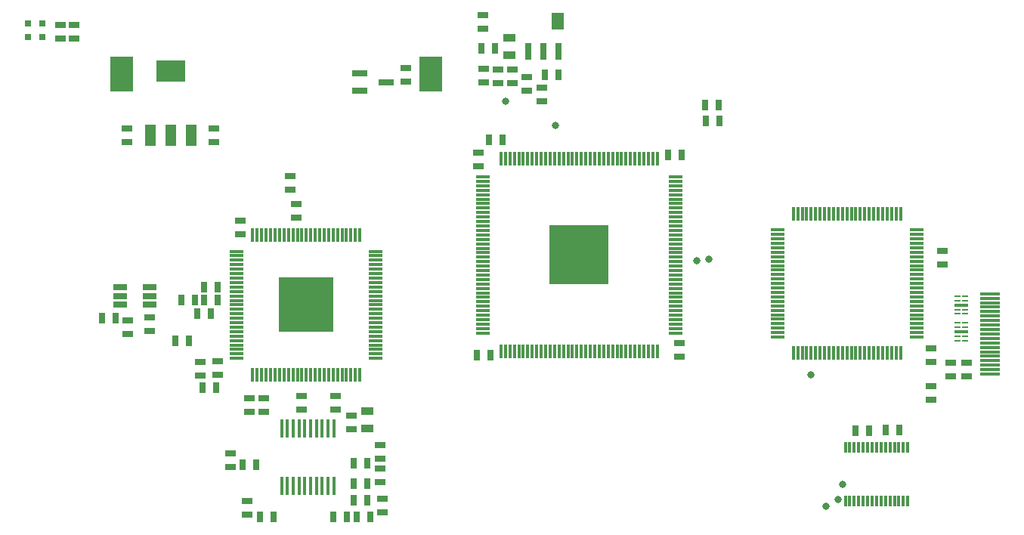
<source format=gtp>
G04 #@! TF.GenerationSoftware,KiCad,Pcbnew,(5.1.4-0-10_14)*
G04 #@! TF.CreationDate,2020-05-24T17:11:33+09:00*
G04 #@! TF.ProjectId,ossc_board,6f737363-5f62-46f6-9172-642e6b696361,rev?*
G04 #@! TF.SameCoordinates,Original*
G04 #@! TF.FileFunction,Paste,Top*
G04 #@! TF.FilePolarity,Positive*
%FSLAX46Y46*%
G04 Gerber Fmt 4.6, Leading zero omitted, Abs format (unit mm)*
G04 Created by KiCad (PCBNEW (5.1.4-0-10_14)) date 2020-05-24 17:11:33*
%MOMM*%
%LPD*%
G04 APERTURE LIST*
%ADD10C,0.800000*%
%ADD11R,0.300000X1.200000*%
%ADD12R,0.700000X1.900000*%
%ADD13R,1.400000X1.900000*%
%ADD14R,1.560000X0.650000*%
%ADD15R,1.200000X2.400000*%
%ADD16R,3.300000X2.400000*%
%ADD17R,1.800860X0.800100*%
%ADD18R,0.400000X2.000000*%
%ADD19R,0.300000X1.600000*%
%ADD20R,1.600000X0.300000*%
%ADD21R,0.797560X0.797560*%
%ADD22R,1.397000X0.889000*%
%ADD23R,1.143000X0.635000*%
%ADD24R,0.635000X1.143000*%
%ADD25R,2.500000X4.000000*%
%ADD26R,6.700000X6.700000*%
%ADD27R,6.200000X6.200000*%
%ADD28R,2.200000X0.300000*%
%ADD29R,1.600000X0.400000*%
%ADD30R,0.700000X0.200000*%
G04 APERTURE END LIST*
D10*
X103301800Y-58102500D03*
X104965500Y-72859900D03*
X106299000Y-72085200D03*
X106819700Y-70396100D03*
X69075300Y-27495500D03*
X74650600Y-30187900D03*
X90462100Y-45364400D03*
X91859100Y-45161200D03*
D11*
X107122000Y-72230000D03*
X107622000Y-72230000D03*
X108122000Y-72230000D03*
X108622000Y-72230000D03*
X109122000Y-72230000D03*
X109622000Y-72230000D03*
X110122000Y-72230000D03*
X110622000Y-72230000D03*
X111122000Y-72230000D03*
X111622000Y-72230000D03*
X112122000Y-72230000D03*
X112622000Y-72230000D03*
X113122000Y-72230000D03*
X113622000Y-72230000D03*
X114122000Y-72230000D03*
X114122000Y-66230000D03*
X113622000Y-66230000D03*
X113122000Y-66230000D03*
X112622000Y-66230000D03*
X112122000Y-66230000D03*
X111622000Y-66230000D03*
X111122000Y-66230000D03*
X110622000Y-66230000D03*
X110122000Y-66230000D03*
X109622000Y-66230000D03*
X109122000Y-66230000D03*
X108622000Y-66230000D03*
X108122000Y-66230000D03*
X107622000Y-66230000D03*
X107122000Y-66230000D03*
D12*
X74964100Y-21860500D03*
X73264100Y-21860500D03*
X71564100Y-21860500D03*
D13*
X74944100Y-18510500D03*
D14*
X29143300Y-49287800D03*
X25843300Y-48337800D03*
X25843300Y-49287800D03*
X25843300Y-50237800D03*
X29143300Y-50237800D03*
X29143300Y-48337800D03*
D15*
X31577000Y-31256000D03*
X29277000Y-31256000D03*
X33877000Y-31256000D03*
D16*
X31577000Y-24056000D03*
D17*
X52691860Y-24379000D03*
X52691860Y-26279000D03*
X55694140Y-25329000D03*
D18*
X43963000Y-70544000D03*
X44613000Y-70544000D03*
X45263000Y-70544000D03*
X45913000Y-70544000D03*
X46563000Y-70544000D03*
X47213000Y-70544000D03*
X47863000Y-70544000D03*
X48513000Y-70544000D03*
X49163000Y-70544000D03*
X49813000Y-70544000D03*
X49813000Y-64104000D03*
X49163000Y-64104000D03*
X48513000Y-64104000D03*
X47863000Y-64104000D03*
X47213000Y-64104000D03*
X46563000Y-64104000D03*
X45913000Y-64104000D03*
X45263000Y-64104000D03*
X44613000Y-64104000D03*
X43963000Y-64104000D03*
D19*
X101300000Y-55700000D03*
X101800000Y-55700000D03*
X102300000Y-55700000D03*
X102800000Y-55700000D03*
X103300000Y-55700000D03*
X103800000Y-55700000D03*
X104300000Y-55700000D03*
X104800000Y-55700000D03*
X105300000Y-55700000D03*
X105800000Y-55700000D03*
X106300000Y-55700000D03*
X106800000Y-55700000D03*
X107300000Y-55700000D03*
X107800000Y-55700000D03*
X108300000Y-55700000D03*
X108800000Y-55700000D03*
X109300000Y-55700000D03*
X109800000Y-55700000D03*
X110300000Y-55700000D03*
X110800000Y-55700000D03*
X111300000Y-55700000D03*
X111800000Y-55700000D03*
X112300000Y-55700000D03*
X112800000Y-55700000D03*
X113300000Y-55700000D03*
D20*
X115100000Y-53900000D03*
X115100000Y-53400000D03*
X115100000Y-52900000D03*
X115100000Y-52400000D03*
X115100000Y-51900000D03*
X115100000Y-51400000D03*
X115100000Y-50900000D03*
X115100000Y-50400000D03*
X115100000Y-49900000D03*
X115100000Y-49400000D03*
X115100000Y-48900000D03*
X115100000Y-48400000D03*
X115100000Y-47900000D03*
X115100000Y-47400000D03*
X115100000Y-46900000D03*
X115100000Y-46400000D03*
X115100000Y-45900000D03*
X115100000Y-45400000D03*
X115100000Y-44900000D03*
X115100000Y-44400000D03*
X115100000Y-43900000D03*
X115100000Y-43400000D03*
X115100000Y-42900000D03*
X115100000Y-42400000D03*
X115100000Y-41900000D03*
D19*
X113300000Y-40100000D03*
X112800000Y-40100000D03*
X112300000Y-40100000D03*
X111800000Y-40100000D03*
X111300000Y-40100000D03*
X110800000Y-40100000D03*
X110300000Y-40100000D03*
X109800000Y-40100000D03*
X109300000Y-40100000D03*
X108800000Y-40100000D03*
X108300000Y-40100000D03*
X107800000Y-40100000D03*
X107300000Y-40100000D03*
X106800000Y-40100000D03*
X106300000Y-40100000D03*
X105800000Y-40100000D03*
X105300000Y-40100000D03*
X104800000Y-40100000D03*
X104300000Y-40100000D03*
X103800000Y-40100000D03*
X103300000Y-40100000D03*
X102800000Y-40100000D03*
X102300000Y-40100000D03*
X101800000Y-40100000D03*
X101300000Y-40100000D03*
D20*
X99500000Y-41900000D03*
X99500000Y-42400000D03*
X99500000Y-42900000D03*
X99500000Y-43400000D03*
X99500000Y-43900000D03*
X99500000Y-44400000D03*
X99500000Y-44900000D03*
X99500000Y-45400000D03*
X99500000Y-45900000D03*
X99500000Y-46400000D03*
X99500000Y-46900000D03*
X99500000Y-47400000D03*
X99500000Y-47900000D03*
X99500000Y-48400000D03*
X99500000Y-48900000D03*
X99500000Y-49400000D03*
X99500000Y-49900000D03*
X99500000Y-50400000D03*
X99500000Y-50900000D03*
X99500000Y-51400000D03*
X99500000Y-51900000D03*
X99500000Y-52400000D03*
X99500000Y-52900000D03*
X99500000Y-53400000D03*
X99500000Y-53900000D03*
D21*
X17179000Y-18795700D03*
X17179000Y-20294300D03*
X15549000Y-18795700D03*
X15549000Y-20294300D03*
D22*
X69494000Y-20408500D03*
X69494000Y-22313500D03*
X53538000Y-64107500D03*
X53538000Y-62202500D03*
D23*
X38262900Y-68477500D03*
X38262900Y-66953500D03*
D24*
X52410700Y-74078200D03*
X53934700Y-74078200D03*
D23*
X55280900Y-72008100D03*
X55280900Y-73532100D03*
X55001500Y-70128500D03*
X55001500Y-68604500D03*
X54997000Y-67547000D03*
X54997000Y-66023000D03*
X40104000Y-73777000D03*
X40104000Y-72253000D03*
D24*
X35301000Y-49779000D03*
X36825000Y-49779000D03*
X25397800Y-51764300D03*
X23873800Y-51764300D03*
D23*
X39370000Y-40894000D03*
X39370000Y-42418000D03*
X44931000Y-37368000D03*
X44931000Y-35844000D03*
X45616200Y-39013500D03*
X45616200Y-40537500D03*
D24*
X91463200Y-29666300D03*
X92987200Y-29666300D03*
D23*
X116693000Y-55199000D03*
X116693000Y-56723000D03*
X66609300Y-25399100D03*
X66609300Y-23875100D03*
X68222200Y-25411800D03*
X68222200Y-23887800D03*
X69835100Y-25411800D03*
X69835100Y-23887800D03*
X71448000Y-26288100D03*
X71448000Y-24764100D03*
X73086300Y-27520000D03*
X73086300Y-25996000D03*
D24*
X73467300Y-24548200D03*
X74991300Y-24548200D03*
X67866600Y-21551000D03*
X66342600Y-21551000D03*
D23*
X19159000Y-18929000D03*
X19159000Y-20453000D03*
X20709000Y-18925000D03*
X20709000Y-20449000D03*
X57912000Y-23754000D03*
X57912000Y-25278000D03*
D24*
X35138700Y-59536700D03*
X36662700Y-59536700D03*
D23*
X116690000Y-60902000D03*
X116690000Y-59378000D03*
X120690000Y-58262000D03*
X120690000Y-56738000D03*
X118930000Y-58262000D03*
X118930000Y-56738000D03*
D24*
X39634500Y-68172700D03*
X41158500Y-68172700D03*
X51280400Y-74066000D03*
X49756400Y-74066000D03*
X53604500Y-72224000D03*
X52080500Y-72224000D03*
X53579100Y-70357100D03*
X52055100Y-70357100D03*
X53579100Y-68058400D03*
X52055100Y-68058400D03*
D23*
X40358400Y-62267200D03*
X40358400Y-60743200D03*
D24*
X41539000Y-74066000D03*
X43063000Y-74066000D03*
D23*
X34872000Y-58177800D03*
X34872000Y-56653800D03*
D24*
X32078000Y-54317000D03*
X33602000Y-54317000D03*
X36039000Y-51283000D03*
X34515000Y-51283000D03*
X32766000Y-49779000D03*
X34290000Y-49779000D03*
X36824000Y-48265000D03*
X35300000Y-48265000D03*
D23*
X26705900Y-52018300D03*
X26705900Y-53542300D03*
X26645000Y-32075000D03*
X26645000Y-30551000D03*
X66000000Y-34762000D03*
X66000000Y-33238000D03*
D24*
X68762000Y-31800000D03*
X67238000Y-31800000D03*
X67362000Y-55900000D03*
X65838000Y-55900000D03*
D23*
X66520400Y-17868000D03*
X66520400Y-19392000D03*
D24*
X92974500Y-27888300D03*
X91450500Y-27888300D03*
X87259000Y-33498000D03*
X88783000Y-33498000D03*
D23*
X88500000Y-54538000D03*
X88500000Y-56062000D03*
X118040000Y-44248000D03*
X118040000Y-45772000D03*
X36405000Y-32080000D03*
X36405000Y-30556000D03*
X51763000Y-64252000D03*
X51763000Y-62728000D03*
X29144300Y-51713500D03*
X29144300Y-53237500D03*
X46225800Y-62013200D03*
X46225800Y-60489200D03*
X49985000Y-61987800D03*
X49985000Y-60463800D03*
X41958600Y-62267200D03*
X41958600Y-60743200D03*
X36827800Y-56628400D03*
X36827800Y-58152400D03*
D25*
X60676200Y-24406600D03*
X26076200Y-24406600D03*
D24*
X111648000Y-64350000D03*
X113172000Y-64350000D03*
X109797000Y-64359000D03*
X108273000Y-64359000D03*
D19*
X86050000Y-33900000D03*
X85550000Y-33900000D03*
X85050000Y-33900000D03*
X84550000Y-33900000D03*
X84050000Y-33900000D03*
X83550000Y-33900000D03*
X83050000Y-33900000D03*
X82550000Y-33900000D03*
X82050000Y-33900000D03*
X81550000Y-33900000D03*
X81050000Y-33900000D03*
X80550000Y-33900000D03*
X80050000Y-33900000D03*
X79550000Y-33900000D03*
X79050000Y-33900000D03*
X78550000Y-33900000D03*
X78050000Y-33900000D03*
X77550000Y-33900000D03*
X77050000Y-33900000D03*
X76550000Y-33900000D03*
X76050000Y-33900000D03*
X75550000Y-33900000D03*
X75050000Y-33900000D03*
X74550000Y-33900000D03*
X74050000Y-33900000D03*
X73550000Y-33900000D03*
X73050000Y-33900000D03*
X72550000Y-33900000D03*
X72050000Y-33900000D03*
X71550000Y-33900000D03*
X71050000Y-33900000D03*
X70550000Y-33900000D03*
X70050000Y-33900000D03*
X69550000Y-33900000D03*
X69050000Y-33900000D03*
X68550000Y-33900000D03*
D20*
X66500000Y-35950000D03*
X66500000Y-36450000D03*
X66500000Y-36950000D03*
X66500000Y-37450000D03*
X66500000Y-37950000D03*
X66500000Y-38450000D03*
X66500000Y-38950000D03*
X66500000Y-39450000D03*
X66500000Y-39950000D03*
X66500000Y-40450000D03*
X66500000Y-40950000D03*
X66500000Y-41450000D03*
X66500000Y-41950000D03*
X66500000Y-42450000D03*
X66500000Y-42950000D03*
X66500000Y-43450000D03*
X66500000Y-43950000D03*
X66500000Y-44450000D03*
X66500000Y-44950000D03*
X66500000Y-45450000D03*
X66500000Y-45950000D03*
X66500000Y-46450000D03*
X66500000Y-46950000D03*
X66500000Y-47450000D03*
X66500000Y-47950000D03*
X66500000Y-48450000D03*
X66500000Y-48950000D03*
X66500000Y-49450000D03*
X66500000Y-49950000D03*
X66500000Y-50450000D03*
X66500000Y-50950000D03*
X66500000Y-51450000D03*
X66500000Y-51950000D03*
X66500000Y-52450000D03*
X66500000Y-52950000D03*
X66500000Y-53450000D03*
D19*
X68550000Y-55500000D03*
X69050000Y-55500000D03*
X69550000Y-55500000D03*
X70050000Y-55500000D03*
X70550000Y-55500000D03*
X71050000Y-55500000D03*
X71550000Y-55500000D03*
X72050000Y-55500000D03*
X72550000Y-55500000D03*
X73050000Y-55500000D03*
X73550000Y-55500000D03*
X74050000Y-55500000D03*
X74550000Y-55500000D03*
X75050000Y-55500000D03*
X75550000Y-55500000D03*
X76050000Y-55500000D03*
X76550000Y-55500000D03*
X77050000Y-55500000D03*
X77550000Y-55500000D03*
X78050000Y-55500000D03*
X78550000Y-55500000D03*
X79050000Y-55500000D03*
X79550000Y-55500000D03*
X80050000Y-55500000D03*
X80550000Y-55500000D03*
X81050000Y-55500000D03*
X81550000Y-55500000D03*
X82050000Y-55500000D03*
X82550000Y-55500000D03*
X83050000Y-55500000D03*
X83550000Y-55500000D03*
X84050000Y-55500000D03*
X84550000Y-55500000D03*
X85050000Y-55500000D03*
X85550000Y-55500000D03*
X86050000Y-55500000D03*
D20*
X88100000Y-53450000D03*
X88100000Y-52950000D03*
X88100000Y-52450000D03*
X88100000Y-51950000D03*
X88100000Y-51450000D03*
X88100000Y-50950000D03*
X88100000Y-50450000D03*
X88100000Y-49950000D03*
X88100000Y-49450000D03*
X88100000Y-48950000D03*
X88100000Y-48450000D03*
X88100000Y-47950000D03*
X88100000Y-47450000D03*
X88100000Y-46950000D03*
X88100000Y-46450000D03*
X88100000Y-45950000D03*
X88100000Y-45450000D03*
X88100000Y-44950000D03*
X88100000Y-44450000D03*
X88100000Y-43950000D03*
X88100000Y-43450000D03*
X88100000Y-42950000D03*
X88100000Y-42450000D03*
X88100000Y-41950000D03*
X88100000Y-41450000D03*
X88100000Y-40950000D03*
X88100000Y-40450000D03*
X88100000Y-39950000D03*
X88100000Y-39450000D03*
X88100000Y-38950000D03*
X88100000Y-38450000D03*
X88100000Y-37950000D03*
X88100000Y-37450000D03*
X88100000Y-36950000D03*
X88100000Y-36450000D03*
X88100000Y-35950000D03*
D26*
X77300000Y-44700000D03*
D19*
X40736000Y-58092000D03*
X41236000Y-58092000D03*
X41736000Y-58092000D03*
X42236000Y-58092000D03*
X42736000Y-58092000D03*
X43236000Y-58092000D03*
X43736000Y-58092000D03*
X44236000Y-58092000D03*
X44736000Y-58092000D03*
X45236000Y-58092000D03*
X45736000Y-58092000D03*
X46236000Y-58092000D03*
X46736000Y-58092000D03*
X47236000Y-58092000D03*
X47736000Y-58092000D03*
X48236000Y-58092000D03*
X48736000Y-58092000D03*
X49236000Y-58092000D03*
X49736000Y-58092000D03*
X50236000Y-58092000D03*
X50736000Y-58092000D03*
X51236000Y-58092000D03*
X51736000Y-58092000D03*
X52236000Y-58092000D03*
X52736000Y-58092000D03*
D20*
X54536000Y-56292000D03*
X54536000Y-55792000D03*
X54536000Y-55292000D03*
X54536000Y-54792000D03*
X54536000Y-54292000D03*
X54536000Y-53792000D03*
X54536000Y-53292000D03*
X54536000Y-52792000D03*
X54536000Y-52292000D03*
X54536000Y-51792000D03*
X54536000Y-51292000D03*
X54536000Y-50792000D03*
X54536000Y-50292000D03*
X54536000Y-49792000D03*
X54536000Y-49292000D03*
X54536000Y-48792000D03*
X54536000Y-48292000D03*
X54536000Y-47792000D03*
X54536000Y-47292000D03*
X54536000Y-46792000D03*
X54536000Y-46292000D03*
X54536000Y-45792000D03*
X54536000Y-45292000D03*
X54536000Y-44792000D03*
X54536000Y-44292000D03*
D19*
X52736000Y-42492000D03*
X52236000Y-42492000D03*
X51736000Y-42492000D03*
X51236000Y-42492000D03*
X50736000Y-42492000D03*
X50236000Y-42492000D03*
X49736000Y-42492000D03*
X49236000Y-42492000D03*
X48736000Y-42492000D03*
X48236000Y-42492000D03*
X47736000Y-42492000D03*
X47236000Y-42492000D03*
X46736000Y-42492000D03*
X46236000Y-42492000D03*
X45736000Y-42492000D03*
X45236000Y-42492000D03*
X44736000Y-42492000D03*
X44236000Y-42492000D03*
X43736000Y-42492000D03*
X43236000Y-42492000D03*
X42736000Y-42492000D03*
X42236000Y-42492000D03*
X41736000Y-42492000D03*
X41236000Y-42492000D03*
X40736000Y-42492000D03*
D20*
X38936000Y-44292000D03*
X38936000Y-44792000D03*
X38936000Y-45292000D03*
X38936000Y-45792000D03*
X38936000Y-46292000D03*
X38936000Y-46792000D03*
X38936000Y-47292000D03*
X38936000Y-47792000D03*
X38936000Y-48292000D03*
X38936000Y-48792000D03*
X38936000Y-49292000D03*
X38936000Y-49792000D03*
X38936000Y-50292000D03*
X38936000Y-50792000D03*
X38936000Y-51292000D03*
X38936000Y-51792000D03*
X38936000Y-52292000D03*
X38936000Y-52792000D03*
X38936000Y-53292000D03*
X38936000Y-53792000D03*
X38936000Y-54292000D03*
X38936000Y-54792000D03*
X38936000Y-55292000D03*
X38936000Y-55792000D03*
X38936000Y-56292000D03*
D27*
X46736000Y-50292000D03*
D28*
X123300000Y-49050000D03*
X123300000Y-49550000D03*
X123300000Y-50050000D03*
X123300000Y-50550000D03*
X123300000Y-51050000D03*
X123300000Y-51550000D03*
X123300000Y-52050000D03*
X123300000Y-52550000D03*
X123300000Y-53050000D03*
X123300000Y-53550000D03*
X123300000Y-54050000D03*
X123300000Y-54550000D03*
X123300000Y-55050000D03*
X123300000Y-55550000D03*
X123300000Y-56050000D03*
X123300000Y-56550000D03*
X123300000Y-57050000D03*
X123300000Y-57550000D03*
X123300000Y-58050000D03*
D29*
X120120000Y-53310000D03*
D30*
X120569700Y-54310000D03*
X120569700Y-53810000D03*
X120569700Y-52810000D03*
X120569700Y-52310000D03*
X119670300Y-54310000D03*
X119670300Y-53810000D03*
X119670300Y-52310000D03*
X119670300Y-52810000D03*
D29*
X120120000Y-53310000D03*
X120120000Y-50310000D03*
D30*
X120569700Y-51310000D03*
X120569700Y-50810000D03*
X120569700Y-49810000D03*
X120569700Y-49310000D03*
X119670300Y-51310000D03*
X119670300Y-50810000D03*
X119670300Y-49310000D03*
X119670300Y-49810000D03*
D29*
X120120000Y-50310000D03*
M02*

</source>
